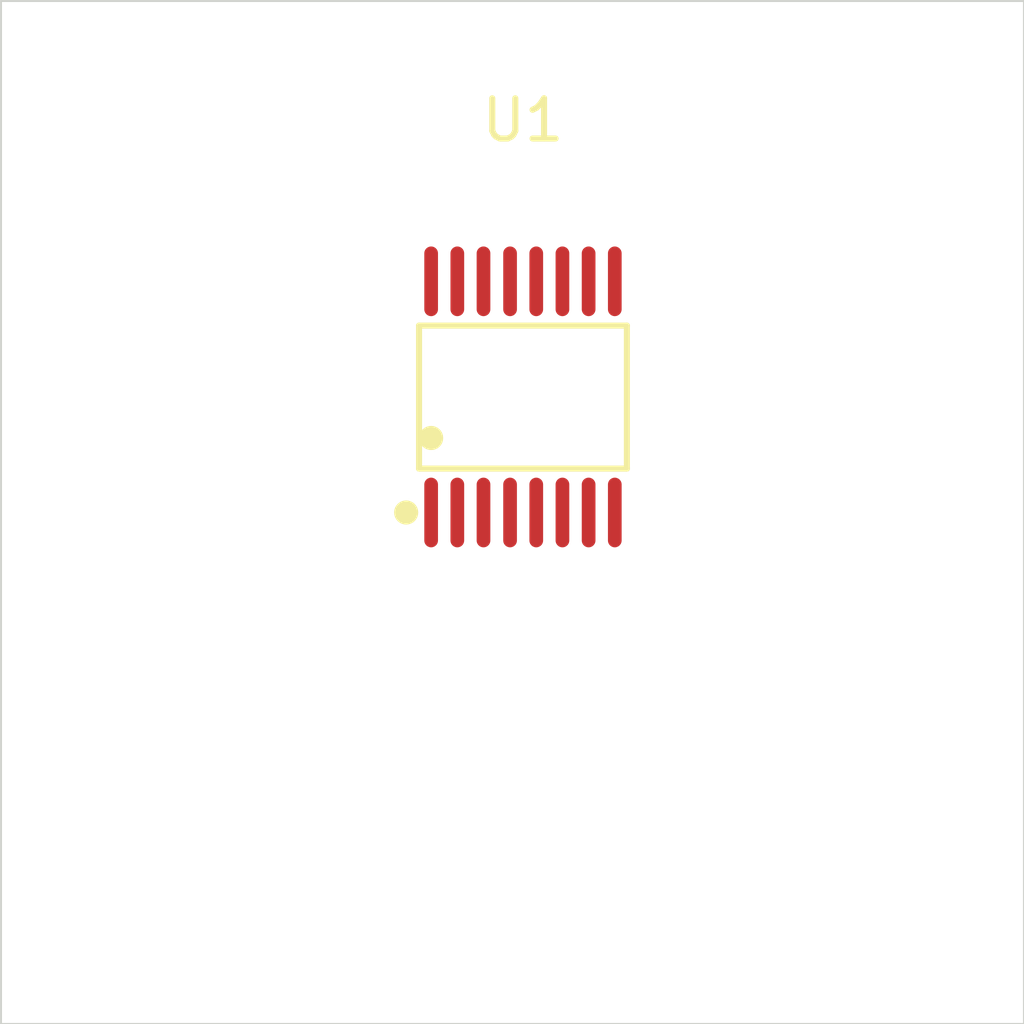
<source format=kicad_pcb>
(kicad_pcb (version 20240108) (generator "pcbnew") (generator_version "8.0")
  (layers (0 "F.Cu" signal) (31 "B.Cu" signal) (34 "B.Paste" user) (35 "F.Paste" user) (36 "B.SilkS" user "B.Silkscreen") (37 "F.SilkS" user "F.Silkscreen") (38 "B.Mask" user) (39 "F.Mask" user) (44 "Edge.Cuts" user))
  (net 0 "")
  (footprint "easyeda2kicad:SSOP-16_L5.0-W4.4-P0.65-LS6.4-BL" (layer "F.Cu") (at 139.96 60.63)
    (property "Reference" "U1" (at 0 -6.87 0) (layer "F.SilkS"))
    (property "Value" "LDR6023C")
    (fp_line (start -2.58 -1.77) (end 2.58 -1.77) (stroke (width 0.15)) (layer "F.SilkS"))
    (fp_line (start -2.58 1.78) (end -2.58 -1.77) (stroke (width 0.15)) (layer "F.SilkS"))
    (fp_line (start 2.58 -1.77) (end 2.58 1.78) (stroke (width 0.15)) (layer "F.SilkS"))
    (fp_line (start 2.58 1.78) (end -2.58 1.78) (stroke (width 0.15)) (layer "F.SilkS"))
    (fp_circle (center -2.9 2.87) (end -2.75 2.87) (stroke (width 0.3)) (fill none) (layer "F.SilkS"))
    (fp_circle (center -2.28 1.02) (end -2.13 1.02) (stroke (width 0.3)) (fill none) (layer "F.SilkS"))
    (pad "1" smd oval (at -2.28 2.87) (size 0.34 1.73) (layers "F.Cu" "F.Paste" "F.Mask"))
    (pad "2" smd oval (at -1.63 2.87) (size 0.34 1.73) (layers "F.Cu" "F.Paste" "F.Mask"))
    (pad "3" smd oval (at -0.98 2.87) (size 0.34 1.73) (layers "F.Cu" "F.Paste" "F.Mask"))
    (pad "4" smd oval (at -0.32 2.87) (size 0.34 1.73) (layers "F.Cu" "F.Paste" "F.Mask"))
    (pad "5" smd oval (at 0.33 2.87) (size 0.34 1.73) (layers "F.Cu" "F.Paste" "F.Mask"))
    (pad "6" smd oval (at 0.98 2.87) (size 0.34 1.73) (layers "F.Cu" "F.Paste" "F.Mask"))
    (pad "7" smd oval (at 1.63 2.87) (size 0.34 1.73) (layers "F.Cu" "F.Paste" "F.Mask"))
    (pad "8" smd oval (at 2.28 2.87) (size 0.34 1.73) (layers "F.Cu" "F.Paste" "F.Mask"))
    (pad "9" smd oval (at 2.28 -2.87) (size 0.34 1.73) (layers "F.Cu" "F.Paste" "F.Mask"))
    (pad "10" smd oval (at 1.63 -2.87) (size 0.34 1.73) (layers "F.Cu" "F.Paste" "F.Mask"))
    (pad "11" smd oval (at 0.98 -2.87) (size 0.34 1.73) (layers "F.Cu" "F.Paste" "F.Mask"))
    (pad "12" smd oval (at 0.33 -2.87) (size 0.34 1.73) (layers "F.Cu" "F.Paste" "F.Mask"))
    (pad "13" smd oval (at -0.32 -2.87) (size 0.34 1.73) (layers "F.Cu" "F.Paste" "F.Mask"))
    (pad "14" smd oval (at -0.98 -2.87) (size 0.34 1.73) (layers "F.Cu" "F.Paste" "F.Mask"))
    (pad "15" smd oval (at -1.63 -2.87) (size 0.34 1.73) (layers "F.Cu" "F.Paste" "F.Mask"))
    (pad "16" smd oval (at -2.28 -2.87) (size 0.34 1.73) (layers "F.Cu" "F.Paste" "F.Mask"))
  )
  (gr_line (start 127 76.2) (end 127 50.8) (stroke (width 0.05)) (layer "Edge.Cuts"))
  (gr_line (start 152.4 76.2) (end 127 76.2) (stroke (width 0.05)) (layer "Edge.Cuts"))
  (gr_line (start 152.4 50.8) (end 152.4 76.2) (stroke (width 0.05)) (layer "Edge.Cuts"))
  (gr_line (start 127 50.8) (end 152.4 50.8) (stroke (width 0.05)) (layer "Edge.Cuts"))
)
</source>
